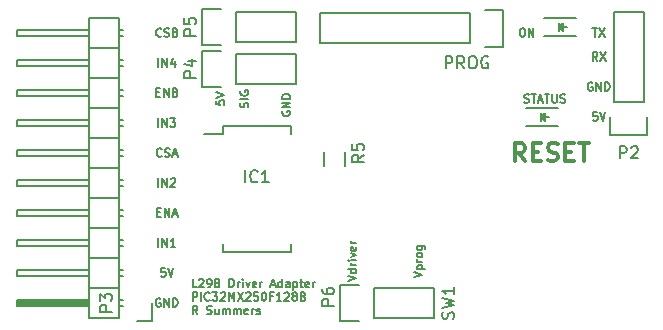
<source format=gto>
G04 #@! TF.FileFunction,Legend,Top*
%FSLAX46Y46*%
G04 Gerber Fmt 4.6, Leading zero omitted, Abs format (unit mm)*
G04 Created by KiCad (PCBNEW 4.0.1-3.201512221402+6198~38~ubuntu14.04.1-stable) date Sun 24 Jan 2016 12:58:10 PM PST*
%MOMM*%
G01*
G04 APERTURE LIST*
%ADD10C,0.100000*%
%ADD11C,0.150000*%
%ADD12C,0.300000*%
G04 APERTURE END LIST*
D10*
D11*
X133088000Y-118566667D02*
X132754667Y-118566667D01*
X132754667Y-117866667D01*
X133288000Y-117933333D02*
X133321334Y-117900000D01*
X133388000Y-117866667D01*
X133554667Y-117866667D01*
X133621334Y-117900000D01*
X133654667Y-117933333D01*
X133688000Y-118000000D01*
X133688000Y-118066667D01*
X133654667Y-118166667D01*
X133254667Y-118566667D01*
X133688000Y-118566667D01*
X134021334Y-118566667D02*
X134154667Y-118566667D01*
X134221334Y-118533333D01*
X134254667Y-118500000D01*
X134321334Y-118400000D01*
X134354667Y-118266667D01*
X134354667Y-118000000D01*
X134321334Y-117933333D01*
X134288001Y-117900000D01*
X134221334Y-117866667D01*
X134088001Y-117866667D01*
X134021334Y-117900000D01*
X133988001Y-117933333D01*
X133954667Y-118000000D01*
X133954667Y-118166667D01*
X133988001Y-118233333D01*
X134021334Y-118266667D01*
X134088001Y-118300000D01*
X134221334Y-118300000D01*
X134288001Y-118266667D01*
X134321334Y-118233333D01*
X134354667Y-118166667D01*
X134754668Y-118166667D02*
X134688001Y-118133333D01*
X134654668Y-118100000D01*
X134621334Y-118033333D01*
X134621334Y-118000000D01*
X134654668Y-117933333D01*
X134688001Y-117900000D01*
X134754668Y-117866667D01*
X134888001Y-117866667D01*
X134954668Y-117900000D01*
X134988001Y-117933333D01*
X135021334Y-118000000D01*
X135021334Y-118033333D01*
X134988001Y-118100000D01*
X134954668Y-118133333D01*
X134888001Y-118166667D01*
X134754668Y-118166667D01*
X134688001Y-118200000D01*
X134654668Y-118233333D01*
X134621334Y-118300000D01*
X134621334Y-118433333D01*
X134654668Y-118500000D01*
X134688001Y-118533333D01*
X134754668Y-118566667D01*
X134888001Y-118566667D01*
X134954668Y-118533333D01*
X134988001Y-118500000D01*
X135021334Y-118433333D01*
X135021334Y-118300000D01*
X134988001Y-118233333D01*
X134954668Y-118200000D01*
X134888001Y-118166667D01*
X135854668Y-118566667D02*
X135854668Y-117866667D01*
X136021334Y-117866667D01*
X136121334Y-117900000D01*
X136188001Y-117966667D01*
X136221334Y-118033333D01*
X136254668Y-118166667D01*
X136254668Y-118266667D01*
X136221334Y-118400000D01*
X136188001Y-118466667D01*
X136121334Y-118533333D01*
X136021334Y-118566667D01*
X135854668Y-118566667D01*
X136554668Y-118566667D02*
X136554668Y-118100000D01*
X136554668Y-118233333D02*
X136588001Y-118166667D01*
X136621334Y-118133333D01*
X136688001Y-118100000D01*
X136754668Y-118100000D01*
X136988001Y-118566667D02*
X136988001Y-118100000D01*
X136988001Y-117866667D02*
X136954667Y-117900000D01*
X136988001Y-117933333D01*
X137021334Y-117900000D01*
X136988001Y-117866667D01*
X136988001Y-117933333D01*
X137254667Y-118100000D02*
X137421334Y-118566667D01*
X137588000Y-118100000D01*
X138121333Y-118533333D02*
X138054667Y-118566667D01*
X137921333Y-118566667D01*
X137854667Y-118533333D01*
X137821333Y-118466667D01*
X137821333Y-118200000D01*
X137854667Y-118133333D01*
X137921333Y-118100000D01*
X138054667Y-118100000D01*
X138121333Y-118133333D01*
X138154667Y-118200000D01*
X138154667Y-118266667D01*
X137821333Y-118333333D01*
X138454667Y-118566667D02*
X138454667Y-118100000D01*
X138454667Y-118233333D02*
X138488000Y-118166667D01*
X138521333Y-118133333D01*
X138588000Y-118100000D01*
X138654667Y-118100000D01*
X139387999Y-118366667D02*
X139721333Y-118366667D01*
X139321333Y-118566667D02*
X139554666Y-117866667D01*
X139787999Y-118566667D01*
X140321333Y-118566667D02*
X140321333Y-117866667D01*
X140321333Y-118533333D02*
X140254666Y-118566667D01*
X140121333Y-118566667D01*
X140054666Y-118533333D01*
X140021333Y-118500000D01*
X139987999Y-118433333D01*
X139987999Y-118233333D01*
X140021333Y-118166667D01*
X140054666Y-118133333D01*
X140121333Y-118100000D01*
X140254666Y-118100000D01*
X140321333Y-118133333D01*
X140954666Y-118566667D02*
X140954666Y-118200000D01*
X140921332Y-118133333D01*
X140854666Y-118100000D01*
X140721332Y-118100000D01*
X140654666Y-118133333D01*
X140954666Y-118533333D02*
X140887999Y-118566667D01*
X140721332Y-118566667D01*
X140654666Y-118533333D01*
X140621332Y-118466667D01*
X140621332Y-118400000D01*
X140654666Y-118333333D01*
X140721332Y-118300000D01*
X140887999Y-118300000D01*
X140954666Y-118266667D01*
X141287999Y-118100000D02*
X141287999Y-118800000D01*
X141287999Y-118133333D02*
X141354665Y-118100000D01*
X141487999Y-118100000D01*
X141554665Y-118133333D01*
X141587999Y-118166667D01*
X141621332Y-118233333D01*
X141621332Y-118433333D01*
X141587999Y-118500000D01*
X141554665Y-118533333D01*
X141487999Y-118566667D01*
X141354665Y-118566667D01*
X141287999Y-118533333D01*
X141821332Y-118100000D02*
X142087998Y-118100000D01*
X141921332Y-117866667D02*
X141921332Y-118466667D01*
X141954665Y-118533333D01*
X142021332Y-118566667D01*
X142087998Y-118566667D01*
X142587998Y-118533333D02*
X142521332Y-118566667D01*
X142387998Y-118566667D01*
X142321332Y-118533333D01*
X142287998Y-118466667D01*
X142287998Y-118200000D01*
X142321332Y-118133333D01*
X142387998Y-118100000D01*
X142521332Y-118100000D01*
X142587998Y-118133333D01*
X142621332Y-118200000D01*
X142621332Y-118266667D01*
X142287998Y-118333333D01*
X142921332Y-118566667D02*
X142921332Y-118100000D01*
X142921332Y-118233333D02*
X142954665Y-118166667D01*
X142987998Y-118133333D01*
X143054665Y-118100000D01*
X143121332Y-118100000D01*
X132754667Y-119696667D02*
X132754667Y-118996667D01*
X133021333Y-118996667D01*
X133088000Y-119030000D01*
X133121333Y-119063333D01*
X133154667Y-119130000D01*
X133154667Y-119230000D01*
X133121333Y-119296667D01*
X133088000Y-119330000D01*
X133021333Y-119363333D01*
X132754667Y-119363333D01*
X133454667Y-119696667D02*
X133454667Y-118996667D01*
X134188000Y-119630000D02*
X134154666Y-119663333D01*
X134054666Y-119696667D01*
X133988000Y-119696667D01*
X133888000Y-119663333D01*
X133821333Y-119596667D01*
X133788000Y-119530000D01*
X133754666Y-119396667D01*
X133754666Y-119296667D01*
X133788000Y-119163333D01*
X133821333Y-119096667D01*
X133888000Y-119030000D01*
X133988000Y-118996667D01*
X134054666Y-118996667D01*
X134154666Y-119030000D01*
X134188000Y-119063333D01*
X134421333Y-118996667D02*
X134854666Y-118996667D01*
X134621333Y-119263333D01*
X134721333Y-119263333D01*
X134788000Y-119296667D01*
X134821333Y-119330000D01*
X134854666Y-119396667D01*
X134854666Y-119563333D01*
X134821333Y-119630000D01*
X134788000Y-119663333D01*
X134721333Y-119696667D01*
X134521333Y-119696667D01*
X134454666Y-119663333D01*
X134421333Y-119630000D01*
X135121333Y-119063333D02*
X135154667Y-119030000D01*
X135221333Y-118996667D01*
X135388000Y-118996667D01*
X135454667Y-119030000D01*
X135488000Y-119063333D01*
X135521333Y-119130000D01*
X135521333Y-119196667D01*
X135488000Y-119296667D01*
X135088000Y-119696667D01*
X135521333Y-119696667D01*
X135821334Y-119696667D02*
X135821334Y-118996667D01*
X136054667Y-119496667D01*
X136288000Y-118996667D01*
X136288000Y-119696667D01*
X136554667Y-118996667D02*
X137021334Y-119696667D01*
X137021334Y-118996667D02*
X136554667Y-119696667D01*
X137254667Y-119063333D02*
X137288001Y-119030000D01*
X137354667Y-118996667D01*
X137521334Y-118996667D01*
X137588001Y-119030000D01*
X137621334Y-119063333D01*
X137654667Y-119130000D01*
X137654667Y-119196667D01*
X137621334Y-119296667D01*
X137221334Y-119696667D01*
X137654667Y-119696667D01*
X138288001Y-118996667D02*
X137954668Y-118996667D01*
X137921334Y-119330000D01*
X137954668Y-119296667D01*
X138021334Y-119263333D01*
X138188001Y-119263333D01*
X138254668Y-119296667D01*
X138288001Y-119330000D01*
X138321334Y-119396667D01*
X138321334Y-119563333D01*
X138288001Y-119630000D01*
X138254668Y-119663333D01*
X138188001Y-119696667D01*
X138021334Y-119696667D01*
X137954668Y-119663333D01*
X137921334Y-119630000D01*
X138754668Y-118996667D02*
X138821335Y-118996667D01*
X138888001Y-119030000D01*
X138921335Y-119063333D01*
X138954668Y-119130000D01*
X138988001Y-119263333D01*
X138988001Y-119430000D01*
X138954668Y-119563333D01*
X138921335Y-119630000D01*
X138888001Y-119663333D01*
X138821335Y-119696667D01*
X138754668Y-119696667D01*
X138688001Y-119663333D01*
X138654668Y-119630000D01*
X138621335Y-119563333D01*
X138588001Y-119430000D01*
X138588001Y-119263333D01*
X138621335Y-119130000D01*
X138654668Y-119063333D01*
X138688001Y-119030000D01*
X138754668Y-118996667D01*
X139521335Y-119330000D02*
X139288002Y-119330000D01*
X139288002Y-119696667D02*
X139288002Y-118996667D01*
X139621335Y-118996667D01*
X140254668Y-119696667D02*
X139854668Y-119696667D01*
X140054668Y-119696667D02*
X140054668Y-118996667D01*
X139988002Y-119096667D01*
X139921335Y-119163333D01*
X139854668Y-119196667D01*
X140521335Y-119063333D02*
X140554669Y-119030000D01*
X140621335Y-118996667D01*
X140788002Y-118996667D01*
X140854669Y-119030000D01*
X140888002Y-119063333D01*
X140921335Y-119130000D01*
X140921335Y-119196667D01*
X140888002Y-119296667D01*
X140488002Y-119696667D01*
X140921335Y-119696667D01*
X141321336Y-119296667D02*
X141254669Y-119263333D01*
X141221336Y-119230000D01*
X141188002Y-119163333D01*
X141188002Y-119130000D01*
X141221336Y-119063333D01*
X141254669Y-119030000D01*
X141321336Y-118996667D01*
X141454669Y-118996667D01*
X141521336Y-119030000D01*
X141554669Y-119063333D01*
X141588002Y-119130000D01*
X141588002Y-119163333D01*
X141554669Y-119230000D01*
X141521336Y-119263333D01*
X141454669Y-119296667D01*
X141321336Y-119296667D01*
X141254669Y-119330000D01*
X141221336Y-119363333D01*
X141188002Y-119430000D01*
X141188002Y-119563333D01*
X141221336Y-119630000D01*
X141254669Y-119663333D01*
X141321336Y-119696667D01*
X141454669Y-119696667D01*
X141521336Y-119663333D01*
X141554669Y-119630000D01*
X141588002Y-119563333D01*
X141588002Y-119430000D01*
X141554669Y-119363333D01*
X141521336Y-119330000D01*
X141454669Y-119296667D01*
X142121336Y-119330000D02*
X142221336Y-119363333D01*
X142254669Y-119396667D01*
X142288003Y-119463333D01*
X142288003Y-119563333D01*
X142254669Y-119630000D01*
X142221336Y-119663333D01*
X142154669Y-119696667D01*
X141888003Y-119696667D01*
X141888003Y-118996667D01*
X142121336Y-118996667D01*
X142188003Y-119030000D01*
X142221336Y-119063333D01*
X142254669Y-119130000D01*
X142254669Y-119196667D01*
X142221336Y-119263333D01*
X142188003Y-119296667D01*
X142121336Y-119330000D01*
X141888003Y-119330000D01*
X133154667Y-120826667D02*
X132921333Y-120493333D01*
X132754667Y-120826667D02*
X132754667Y-120126667D01*
X133021333Y-120126667D01*
X133088000Y-120160000D01*
X133121333Y-120193333D01*
X133154667Y-120260000D01*
X133154667Y-120360000D01*
X133121333Y-120426667D01*
X133088000Y-120460000D01*
X133021333Y-120493333D01*
X132754667Y-120493333D01*
X133954666Y-120793333D02*
X134054666Y-120826667D01*
X134221333Y-120826667D01*
X134288000Y-120793333D01*
X134321333Y-120760000D01*
X134354666Y-120693333D01*
X134354666Y-120626667D01*
X134321333Y-120560000D01*
X134288000Y-120526667D01*
X134221333Y-120493333D01*
X134088000Y-120460000D01*
X134021333Y-120426667D01*
X133988000Y-120393333D01*
X133954666Y-120326667D01*
X133954666Y-120260000D01*
X133988000Y-120193333D01*
X134021333Y-120160000D01*
X134088000Y-120126667D01*
X134254666Y-120126667D01*
X134354666Y-120160000D01*
X134954667Y-120360000D02*
X134954667Y-120826667D01*
X134654667Y-120360000D02*
X134654667Y-120726667D01*
X134688000Y-120793333D01*
X134754667Y-120826667D01*
X134854667Y-120826667D01*
X134921333Y-120793333D01*
X134954667Y-120760000D01*
X135288000Y-120826667D02*
X135288000Y-120360000D01*
X135288000Y-120426667D02*
X135321333Y-120393333D01*
X135388000Y-120360000D01*
X135488000Y-120360000D01*
X135554666Y-120393333D01*
X135588000Y-120460000D01*
X135588000Y-120826667D01*
X135588000Y-120460000D02*
X135621333Y-120393333D01*
X135688000Y-120360000D01*
X135788000Y-120360000D01*
X135854666Y-120393333D01*
X135888000Y-120460000D01*
X135888000Y-120826667D01*
X136221333Y-120826667D02*
X136221333Y-120360000D01*
X136221333Y-120426667D02*
X136254666Y-120393333D01*
X136321333Y-120360000D01*
X136421333Y-120360000D01*
X136487999Y-120393333D01*
X136521333Y-120460000D01*
X136521333Y-120826667D01*
X136521333Y-120460000D02*
X136554666Y-120393333D01*
X136621333Y-120360000D01*
X136721333Y-120360000D01*
X136787999Y-120393333D01*
X136821333Y-120460000D01*
X136821333Y-120826667D01*
X137421332Y-120793333D02*
X137354666Y-120826667D01*
X137221332Y-120826667D01*
X137154666Y-120793333D01*
X137121332Y-120726667D01*
X137121332Y-120460000D01*
X137154666Y-120393333D01*
X137221332Y-120360000D01*
X137354666Y-120360000D01*
X137421332Y-120393333D01*
X137454666Y-120460000D01*
X137454666Y-120526667D01*
X137121332Y-120593333D01*
X137754666Y-120826667D02*
X137754666Y-120360000D01*
X137754666Y-120493333D02*
X137787999Y-120426667D01*
X137821332Y-120393333D01*
X137887999Y-120360000D01*
X137954666Y-120360000D01*
X138154665Y-120793333D02*
X138221332Y-120826667D01*
X138354665Y-120826667D01*
X138421332Y-120793333D01*
X138454665Y-120726667D01*
X138454665Y-120693333D01*
X138421332Y-120626667D01*
X138354665Y-120593333D01*
X138254665Y-120593333D01*
X138187999Y-120560000D01*
X138154665Y-120493333D01*
X138154665Y-120460000D01*
X138187999Y-120393333D01*
X138254665Y-120360000D01*
X138354665Y-120360000D01*
X138421332Y-120393333D01*
X130089334Y-97278000D02*
X130056000Y-97311333D01*
X129956000Y-97344667D01*
X129889334Y-97344667D01*
X129789334Y-97311333D01*
X129722667Y-97244667D01*
X129689334Y-97178000D01*
X129656000Y-97044667D01*
X129656000Y-96944667D01*
X129689334Y-96811333D01*
X129722667Y-96744667D01*
X129789334Y-96678000D01*
X129889334Y-96644667D01*
X129956000Y-96644667D01*
X130056000Y-96678000D01*
X130089334Y-96711333D01*
X130356000Y-97311333D02*
X130456000Y-97344667D01*
X130622667Y-97344667D01*
X130689334Y-97311333D01*
X130722667Y-97278000D01*
X130756000Y-97211333D01*
X130756000Y-97144667D01*
X130722667Y-97078000D01*
X130689334Y-97044667D01*
X130622667Y-97011333D01*
X130489334Y-96978000D01*
X130422667Y-96944667D01*
X130389334Y-96911333D01*
X130356000Y-96844667D01*
X130356000Y-96778000D01*
X130389334Y-96711333D01*
X130422667Y-96678000D01*
X130489334Y-96644667D01*
X130656000Y-96644667D01*
X130756000Y-96678000D01*
X131289334Y-96978000D02*
X131389334Y-97011333D01*
X131422667Y-97044667D01*
X131456001Y-97111333D01*
X131456001Y-97211333D01*
X131422667Y-97278000D01*
X131389334Y-97311333D01*
X131322667Y-97344667D01*
X131056001Y-97344667D01*
X131056001Y-96644667D01*
X131289334Y-96644667D01*
X131356001Y-96678000D01*
X131389334Y-96711333D01*
X131422667Y-96778000D01*
X131422667Y-96844667D01*
X131389334Y-96911333D01*
X131356001Y-96944667D01*
X131289334Y-96978000D01*
X131056001Y-96978000D01*
X130139334Y-107438000D02*
X130106000Y-107471333D01*
X130006000Y-107504667D01*
X129939334Y-107504667D01*
X129839334Y-107471333D01*
X129772667Y-107404667D01*
X129739334Y-107338000D01*
X129706000Y-107204667D01*
X129706000Y-107104667D01*
X129739334Y-106971333D01*
X129772667Y-106904667D01*
X129839334Y-106838000D01*
X129939334Y-106804667D01*
X130006000Y-106804667D01*
X130106000Y-106838000D01*
X130139334Y-106871333D01*
X130406000Y-107471333D02*
X130506000Y-107504667D01*
X130672667Y-107504667D01*
X130739334Y-107471333D01*
X130772667Y-107438000D01*
X130806000Y-107371333D01*
X130806000Y-107304667D01*
X130772667Y-107238000D01*
X130739334Y-107204667D01*
X130672667Y-107171333D01*
X130539334Y-107138000D01*
X130472667Y-107104667D01*
X130439334Y-107071333D01*
X130406000Y-107004667D01*
X130406000Y-106938000D01*
X130439334Y-106871333D01*
X130472667Y-106838000D01*
X130539334Y-106804667D01*
X130706000Y-106804667D01*
X130806000Y-106838000D01*
X131072667Y-107304667D02*
X131406001Y-107304667D01*
X131006001Y-107504667D02*
X131239334Y-106804667D01*
X131472667Y-107504667D01*
X129689334Y-102058000D02*
X129922667Y-102058000D01*
X130022667Y-102424667D02*
X129689334Y-102424667D01*
X129689334Y-101724667D01*
X130022667Y-101724667D01*
X130322667Y-102424667D02*
X130322667Y-101724667D01*
X130722667Y-102424667D01*
X130722667Y-101724667D01*
X131289333Y-102058000D02*
X131389333Y-102091333D01*
X131422666Y-102124667D01*
X131456000Y-102191333D01*
X131456000Y-102291333D01*
X131422666Y-102358000D01*
X131389333Y-102391333D01*
X131322666Y-102424667D01*
X131056000Y-102424667D01*
X131056000Y-101724667D01*
X131289333Y-101724667D01*
X131356000Y-101758000D01*
X131389333Y-101791333D01*
X131422666Y-101858000D01*
X131422666Y-101924667D01*
X131389333Y-101991333D01*
X131356000Y-102024667D01*
X131289333Y-102058000D01*
X131056000Y-102058000D01*
X129739334Y-112218000D02*
X129972667Y-112218000D01*
X130072667Y-112584667D02*
X129739334Y-112584667D01*
X129739334Y-111884667D01*
X130072667Y-111884667D01*
X130372667Y-112584667D02*
X130372667Y-111884667D01*
X130772667Y-112584667D01*
X130772667Y-111884667D01*
X131072666Y-112384667D02*
X131406000Y-112384667D01*
X131006000Y-112584667D02*
X131239333Y-111884667D01*
X131472666Y-112584667D01*
X129856001Y-99884667D02*
X129856001Y-99184667D01*
X130189334Y-99884667D02*
X130189334Y-99184667D01*
X130589334Y-99884667D01*
X130589334Y-99184667D01*
X131222667Y-99418000D02*
X131222667Y-99884667D01*
X131056000Y-99151333D02*
X130889333Y-99651333D01*
X131322667Y-99651333D01*
X129856001Y-104964667D02*
X129856001Y-104264667D01*
X130189334Y-104964667D02*
X130189334Y-104264667D01*
X130589334Y-104964667D01*
X130589334Y-104264667D01*
X130856000Y-104264667D02*
X131289333Y-104264667D01*
X131056000Y-104531333D01*
X131156000Y-104531333D01*
X131222667Y-104564667D01*
X131256000Y-104598000D01*
X131289333Y-104664667D01*
X131289333Y-104831333D01*
X131256000Y-104898000D01*
X131222667Y-104931333D01*
X131156000Y-104964667D01*
X130956000Y-104964667D01*
X130889333Y-104931333D01*
X130856000Y-104898000D01*
X129856001Y-110044667D02*
X129856001Y-109344667D01*
X130189334Y-110044667D02*
X130189334Y-109344667D01*
X130589334Y-110044667D01*
X130589334Y-109344667D01*
X130889333Y-109411333D02*
X130922667Y-109378000D01*
X130989333Y-109344667D01*
X131156000Y-109344667D01*
X131222667Y-109378000D01*
X131256000Y-109411333D01*
X131289333Y-109478000D01*
X131289333Y-109544667D01*
X131256000Y-109644667D01*
X130856000Y-110044667D01*
X131289333Y-110044667D01*
X129856001Y-115124667D02*
X129856001Y-114424667D01*
X130189334Y-115124667D02*
X130189334Y-114424667D01*
X130589334Y-115124667D01*
X130589334Y-114424667D01*
X131289333Y-115124667D02*
X130889333Y-115124667D01*
X131089333Y-115124667D02*
X131089333Y-114424667D01*
X131022667Y-114524667D01*
X130956000Y-114591333D01*
X130889333Y-114624667D01*
X130422667Y-116964667D02*
X130089334Y-116964667D01*
X130056000Y-117298000D01*
X130089334Y-117264667D01*
X130156000Y-117231333D01*
X130322667Y-117231333D01*
X130389334Y-117264667D01*
X130422667Y-117298000D01*
X130456000Y-117364667D01*
X130456000Y-117531333D01*
X130422667Y-117598000D01*
X130389334Y-117631333D01*
X130322667Y-117664667D01*
X130156000Y-117664667D01*
X130089334Y-117631333D01*
X130056000Y-117598000D01*
X130656001Y-116964667D02*
X130889334Y-117664667D01*
X131122667Y-116964667D01*
X130022667Y-119538000D02*
X129956001Y-119504667D01*
X129856001Y-119504667D01*
X129756001Y-119538000D01*
X129689334Y-119604667D01*
X129656001Y-119671333D01*
X129622667Y-119804667D01*
X129622667Y-119904667D01*
X129656001Y-120038000D01*
X129689334Y-120104667D01*
X129756001Y-120171333D01*
X129856001Y-120204667D01*
X129922667Y-120204667D01*
X130022667Y-120171333D01*
X130056001Y-120138000D01*
X130056001Y-119904667D01*
X129922667Y-119904667D01*
X130356001Y-120204667D02*
X130356001Y-119504667D01*
X130756001Y-120204667D01*
X130756001Y-119504667D01*
X131089334Y-120204667D02*
X131089334Y-119504667D01*
X131256000Y-119504667D01*
X131356000Y-119538000D01*
X131422667Y-119604667D01*
X131456000Y-119671333D01*
X131489334Y-119804667D01*
X131489334Y-119904667D01*
X131456000Y-120038000D01*
X131422667Y-120104667D01*
X131356000Y-120171333D01*
X131256000Y-120204667D01*
X131089334Y-120204667D01*
X160826667Y-102899333D02*
X160926667Y-102932667D01*
X161093334Y-102932667D01*
X161160001Y-102899333D01*
X161193334Y-102866000D01*
X161226667Y-102799333D01*
X161226667Y-102732667D01*
X161193334Y-102666000D01*
X161160001Y-102632667D01*
X161093334Y-102599333D01*
X160960001Y-102566000D01*
X160893334Y-102532667D01*
X160860001Y-102499333D01*
X160826667Y-102432667D01*
X160826667Y-102366000D01*
X160860001Y-102299333D01*
X160893334Y-102266000D01*
X160960001Y-102232667D01*
X161126667Y-102232667D01*
X161226667Y-102266000D01*
X161426668Y-102232667D02*
X161826668Y-102232667D01*
X161626668Y-102932667D02*
X161626668Y-102232667D01*
X162026667Y-102732667D02*
X162360001Y-102732667D01*
X161960001Y-102932667D02*
X162193334Y-102232667D01*
X162426667Y-102932667D01*
X162560001Y-102232667D02*
X162960001Y-102232667D01*
X162760001Y-102932667D02*
X162760001Y-102232667D01*
X163193334Y-102232667D02*
X163193334Y-102799333D01*
X163226667Y-102866000D01*
X163260000Y-102899333D01*
X163326667Y-102932667D01*
X163460000Y-102932667D01*
X163526667Y-102899333D01*
X163560000Y-102866000D01*
X163593334Y-102799333D01*
X163593334Y-102232667D01*
X163893333Y-102899333D02*
X163993333Y-102932667D01*
X164160000Y-102932667D01*
X164226667Y-102899333D01*
X164260000Y-102866000D01*
X164293333Y-102799333D01*
X164293333Y-102732667D01*
X164260000Y-102666000D01*
X164226667Y-102632667D01*
X164160000Y-102599333D01*
X164026667Y-102566000D01*
X163960000Y-102532667D01*
X163926667Y-102499333D01*
X163893333Y-102432667D01*
X163893333Y-102366000D01*
X163926667Y-102299333D01*
X163960000Y-102266000D01*
X164026667Y-102232667D01*
X164193333Y-102232667D01*
X164293333Y-102266000D01*
X160602667Y-96644667D02*
X160736000Y-96644667D01*
X160802667Y-96678000D01*
X160869334Y-96744667D01*
X160902667Y-96878000D01*
X160902667Y-97111333D01*
X160869334Y-97244667D01*
X160802667Y-97311333D01*
X160736000Y-97344667D01*
X160602667Y-97344667D01*
X160536000Y-97311333D01*
X160469334Y-97244667D01*
X160436000Y-97111333D01*
X160436000Y-96878000D01*
X160469334Y-96744667D01*
X160536000Y-96678000D01*
X160602667Y-96644667D01*
X161202667Y-97344667D02*
X161202667Y-96644667D01*
X161602667Y-97344667D01*
X161602667Y-96644667D01*
X166998667Y-103756667D02*
X166665334Y-103756667D01*
X166632000Y-104090000D01*
X166665334Y-104056667D01*
X166732000Y-104023333D01*
X166898667Y-104023333D01*
X166965334Y-104056667D01*
X166998667Y-104090000D01*
X167032000Y-104156667D01*
X167032000Y-104323333D01*
X166998667Y-104390000D01*
X166965334Y-104423333D01*
X166898667Y-104456667D01*
X166732000Y-104456667D01*
X166665334Y-104423333D01*
X166632000Y-104390000D01*
X167232001Y-103756667D02*
X167465334Y-104456667D01*
X167698667Y-103756667D01*
X166598667Y-101250000D02*
X166532001Y-101216667D01*
X166432001Y-101216667D01*
X166332001Y-101250000D01*
X166265334Y-101316667D01*
X166232001Y-101383333D01*
X166198667Y-101516667D01*
X166198667Y-101616667D01*
X166232001Y-101750000D01*
X166265334Y-101816667D01*
X166332001Y-101883333D01*
X166432001Y-101916667D01*
X166498667Y-101916667D01*
X166598667Y-101883333D01*
X166632001Y-101850000D01*
X166632001Y-101616667D01*
X166498667Y-101616667D01*
X166932001Y-101916667D02*
X166932001Y-101216667D01*
X167332001Y-101916667D01*
X167332001Y-101216667D01*
X167665334Y-101916667D02*
X167665334Y-101216667D01*
X167832000Y-101216667D01*
X167932000Y-101250000D01*
X167998667Y-101316667D01*
X168032000Y-101383333D01*
X168065334Y-101516667D01*
X168065334Y-101616667D01*
X168032000Y-101750000D01*
X167998667Y-101816667D01*
X167932000Y-101883333D01*
X167832000Y-101916667D01*
X167665334Y-101916667D01*
X167015334Y-99376667D02*
X166782000Y-99043333D01*
X166615334Y-99376667D02*
X166615334Y-98676667D01*
X166882000Y-98676667D01*
X166948667Y-98710000D01*
X166982000Y-98743333D01*
X167015334Y-98810000D01*
X167015334Y-98910000D01*
X166982000Y-98976667D01*
X166948667Y-99010000D01*
X166882000Y-99043333D01*
X166615334Y-99043333D01*
X167248667Y-98676667D02*
X167715334Y-99376667D01*
X167715334Y-98676667D02*
X167248667Y-99376667D01*
X166598667Y-96644667D02*
X166998667Y-96644667D01*
X166798667Y-97344667D02*
X166798667Y-96644667D01*
X167165333Y-96644667D02*
X167632000Y-97344667D01*
X167632000Y-96644667D02*
X167165333Y-97344667D01*
X145920667Y-118048665D02*
X146620667Y-117815332D01*
X145920667Y-117581999D01*
X146620667Y-117048665D02*
X145920667Y-117048665D01*
X146587333Y-117048665D02*
X146620667Y-117115332D01*
X146620667Y-117248665D01*
X146587333Y-117315332D01*
X146554000Y-117348665D01*
X146487333Y-117381999D01*
X146287333Y-117381999D01*
X146220667Y-117348665D01*
X146187333Y-117315332D01*
X146154000Y-117248665D01*
X146154000Y-117115332D01*
X146187333Y-117048665D01*
X146620667Y-116715332D02*
X146154000Y-116715332D01*
X146287333Y-116715332D02*
X146220667Y-116681999D01*
X146187333Y-116648666D01*
X146154000Y-116581999D01*
X146154000Y-116515332D01*
X146620667Y-116281999D02*
X146154000Y-116281999D01*
X145920667Y-116281999D02*
X145954000Y-116315333D01*
X145987333Y-116281999D01*
X145954000Y-116248666D01*
X145920667Y-116281999D01*
X145987333Y-116281999D01*
X146154000Y-116015333D02*
X146620667Y-115848666D01*
X146154000Y-115682000D01*
X146587333Y-115148667D02*
X146620667Y-115215333D01*
X146620667Y-115348667D01*
X146587333Y-115415333D01*
X146520667Y-115448667D01*
X146254000Y-115448667D01*
X146187333Y-115415333D01*
X146154000Y-115348667D01*
X146154000Y-115215333D01*
X146187333Y-115148667D01*
X146254000Y-115115333D01*
X146320667Y-115115333D01*
X146387333Y-115448667D01*
X146620667Y-114815333D02*
X146154000Y-114815333D01*
X146287333Y-114815333D02*
X146220667Y-114782000D01*
X146187333Y-114748667D01*
X146154000Y-114682000D01*
X146154000Y-114615333D01*
X151508667Y-117731999D02*
X152208667Y-117498666D01*
X151508667Y-117265333D01*
X151742000Y-117031999D02*
X152442000Y-117031999D01*
X151775333Y-117031999D02*
X151742000Y-116965333D01*
X151742000Y-116831999D01*
X151775333Y-116765333D01*
X151808667Y-116731999D01*
X151875333Y-116698666D01*
X152075333Y-116698666D01*
X152142000Y-116731999D01*
X152175333Y-116765333D01*
X152208667Y-116831999D01*
X152208667Y-116965333D01*
X152175333Y-117031999D01*
X152208667Y-116398666D02*
X151742000Y-116398666D01*
X151875333Y-116398666D02*
X151808667Y-116365333D01*
X151775333Y-116332000D01*
X151742000Y-116265333D01*
X151742000Y-116198666D01*
X152208667Y-115865333D02*
X152175333Y-115932000D01*
X152142000Y-115965333D01*
X152075333Y-115998667D01*
X151875333Y-115998667D01*
X151808667Y-115965333D01*
X151775333Y-115932000D01*
X151742000Y-115865333D01*
X151742000Y-115765333D01*
X151775333Y-115698667D01*
X151808667Y-115665333D01*
X151875333Y-115632000D01*
X152075333Y-115632000D01*
X152142000Y-115665333D01*
X152175333Y-115698667D01*
X152208667Y-115765333D01*
X152208667Y-115865333D01*
X151742000Y-115032000D02*
X152308667Y-115032000D01*
X152375333Y-115065334D01*
X152408667Y-115098667D01*
X152442000Y-115165334D01*
X152442000Y-115265334D01*
X152408667Y-115332000D01*
X152175333Y-115032000D02*
X152208667Y-115098667D01*
X152208667Y-115232000D01*
X152175333Y-115298667D01*
X152142000Y-115332000D01*
X152075333Y-115365334D01*
X151875333Y-115365334D01*
X151808667Y-115332000D01*
X151775333Y-115298667D01*
X151742000Y-115232000D01*
X151742000Y-115098667D01*
X151775333Y-115032000D01*
X137443333Y-103332667D02*
X137476667Y-103232667D01*
X137476667Y-103066000D01*
X137443333Y-102999333D01*
X137410000Y-102966000D01*
X137343333Y-102932667D01*
X137276667Y-102932667D01*
X137210000Y-102966000D01*
X137176667Y-102999333D01*
X137143333Y-103066000D01*
X137110000Y-103199333D01*
X137076667Y-103266000D01*
X137043333Y-103299333D01*
X136976667Y-103332667D01*
X136910000Y-103332667D01*
X136843333Y-103299333D01*
X136810000Y-103266000D01*
X136776667Y-103199333D01*
X136776667Y-103032667D01*
X136810000Y-102932667D01*
X137476667Y-102632666D02*
X136776667Y-102632666D01*
X136810000Y-101932667D02*
X136776667Y-101999333D01*
X136776667Y-102099333D01*
X136810000Y-102199333D01*
X136876667Y-102266000D01*
X136943333Y-102299333D01*
X137076667Y-102332667D01*
X137176667Y-102332667D01*
X137310000Y-102299333D01*
X137376667Y-102266000D01*
X137443333Y-102199333D01*
X137476667Y-102099333D01*
X137476667Y-102032667D01*
X137443333Y-101932667D01*
X137410000Y-101899333D01*
X137176667Y-101899333D01*
X137176667Y-102032667D01*
X140366000Y-103657333D02*
X140332667Y-103723999D01*
X140332667Y-103823999D01*
X140366000Y-103923999D01*
X140432667Y-103990666D01*
X140499333Y-104023999D01*
X140632667Y-104057333D01*
X140732667Y-104057333D01*
X140866000Y-104023999D01*
X140932667Y-103990666D01*
X140999333Y-103923999D01*
X141032667Y-103823999D01*
X141032667Y-103757333D01*
X140999333Y-103657333D01*
X140966000Y-103623999D01*
X140732667Y-103623999D01*
X140732667Y-103757333D01*
X141032667Y-103323999D02*
X140332667Y-103323999D01*
X141032667Y-102923999D01*
X140332667Y-102923999D01*
X141032667Y-102590666D02*
X140332667Y-102590666D01*
X140332667Y-102424000D01*
X140366000Y-102324000D01*
X140432667Y-102257333D01*
X140499333Y-102224000D01*
X140632667Y-102190666D01*
X140732667Y-102190666D01*
X140866000Y-102224000D01*
X140932667Y-102257333D01*
X140999333Y-102324000D01*
X141032667Y-102424000D01*
X141032667Y-102590666D01*
X134744667Y-102749333D02*
X134744667Y-103082666D01*
X135078000Y-103116000D01*
X135044667Y-103082666D01*
X135011333Y-103016000D01*
X135011333Y-102849333D01*
X135044667Y-102782666D01*
X135078000Y-102749333D01*
X135144667Y-102716000D01*
X135311333Y-102716000D01*
X135378000Y-102749333D01*
X135411333Y-102782666D01*
X135444667Y-102849333D01*
X135444667Y-103016000D01*
X135411333Y-103082666D01*
X135378000Y-103116000D01*
X134744667Y-102515999D02*
X135444667Y-102282666D01*
X134744667Y-102049333D01*
D12*
X160889429Y-107866571D02*
X160389429Y-107152286D01*
X160032286Y-107866571D02*
X160032286Y-106366571D01*
X160603714Y-106366571D01*
X160746572Y-106438000D01*
X160818000Y-106509429D01*
X160889429Y-106652286D01*
X160889429Y-106866571D01*
X160818000Y-107009429D01*
X160746572Y-107080857D01*
X160603714Y-107152286D01*
X160032286Y-107152286D01*
X161532286Y-107080857D02*
X162032286Y-107080857D01*
X162246572Y-107866571D02*
X161532286Y-107866571D01*
X161532286Y-106366571D01*
X162246572Y-106366571D01*
X162818000Y-107795143D02*
X163032286Y-107866571D01*
X163389429Y-107866571D01*
X163532286Y-107795143D01*
X163603715Y-107723714D01*
X163675143Y-107580857D01*
X163675143Y-107438000D01*
X163603715Y-107295143D01*
X163532286Y-107223714D01*
X163389429Y-107152286D01*
X163103715Y-107080857D01*
X162960857Y-107009429D01*
X162889429Y-106938000D01*
X162818000Y-106795143D01*
X162818000Y-106652286D01*
X162889429Y-106509429D01*
X162960857Y-106438000D01*
X163103715Y-106366571D01*
X163460857Y-106366571D01*
X163675143Y-106438000D01*
X164318000Y-107080857D02*
X164818000Y-107080857D01*
X165032286Y-107866571D02*
X164318000Y-107866571D01*
X164318000Y-106366571D01*
X165032286Y-106366571D01*
X165460857Y-106366571D02*
X166318000Y-106366571D01*
X165889429Y-107866571D02*
X165889429Y-106366571D01*
D11*
X160960000Y-104890000D02*
X163660000Y-104890000D01*
X160960000Y-103390000D02*
X163660000Y-103390000D01*
X162460000Y-104290000D02*
X162460000Y-104040000D01*
X162460000Y-104040000D02*
X162310000Y-104190000D01*
X162210000Y-103790000D02*
X162210000Y-104490000D01*
X162560000Y-104140000D02*
X162910000Y-104140000D01*
X162210000Y-104140000D02*
X162560000Y-103790000D01*
X162560000Y-103790000D02*
X162560000Y-104490000D01*
X162560000Y-104490000D02*
X162210000Y-104140000D01*
X162484000Y-97270000D02*
X165184000Y-97270000D01*
X162484000Y-95770000D02*
X165184000Y-95770000D01*
X163984000Y-96670000D02*
X163984000Y-96420000D01*
X163984000Y-96420000D02*
X163834000Y-96570000D01*
X163734000Y-96170000D02*
X163734000Y-96870000D01*
X164084000Y-96520000D02*
X164434000Y-96520000D01*
X163734000Y-96520000D02*
X164084000Y-96170000D01*
X164084000Y-96170000D02*
X164084000Y-96870000D01*
X164084000Y-96870000D02*
X163734000Y-96520000D01*
X135301000Y-104911000D02*
X135301000Y-105561000D01*
X141051000Y-104911000D02*
X141051000Y-105561000D01*
X141051000Y-115561000D02*
X141051000Y-114911000D01*
X135301000Y-115561000D02*
X135301000Y-114911000D01*
X135301000Y-104911000D02*
X141051000Y-104911000D01*
X135301000Y-115561000D02*
X141051000Y-115561000D01*
X135301000Y-105561000D02*
X133701000Y-105561000D01*
X156210000Y-97917000D02*
X143510000Y-97917000D01*
X143510000Y-97917000D02*
X143510000Y-95377000D01*
X143510000Y-95377000D02*
X156210000Y-95377000D01*
X159030000Y-98197000D02*
X157480000Y-98197000D01*
X156210000Y-97917000D02*
X156210000Y-95377000D01*
X157480000Y-95097000D02*
X159030000Y-95097000D01*
X159030000Y-95097000D02*
X159030000Y-98197000D01*
X170942000Y-102870000D02*
X170942000Y-95250000D01*
X168402000Y-102870000D02*
X168402000Y-95250000D01*
X168122000Y-105690000D02*
X168122000Y-104140000D01*
X170942000Y-95250000D02*
X168402000Y-95250000D01*
X168402000Y-102870000D02*
X170942000Y-102870000D01*
X171222000Y-104140000D02*
X171222000Y-105690000D01*
X171222000Y-105690000D02*
X168122000Y-105690000D01*
X129316000Y-121438000D02*
X129316000Y-119888000D01*
X128016000Y-121438000D02*
X129316000Y-121438000D01*
X123825000Y-120015000D02*
X117983000Y-120015000D01*
X117983000Y-120015000D02*
X117983000Y-119761000D01*
X117983000Y-119761000D02*
X123825000Y-119761000D01*
X123825000Y-119761000D02*
X123825000Y-119888000D01*
X123825000Y-119888000D02*
X117983000Y-119888000D01*
X126492000Y-102362000D02*
X126873000Y-102362000D01*
X126492000Y-101854000D02*
X126873000Y-101854000D01*
X126492000Y-99822000D02*
X126873000Y-99822000D01*
X126492000Y-99314000D02*
X126873000Y-99314000D01*
X126492000Y-97282000D02*
X126873000Y-97282000D01*
X126492000Y-96774000D02*
X126873000Y-96774000D01*
X126492000Y-120142000D02*
X126873000Y-120142000D01*
X126492000Y-119634000D02*
X126873000Y-119634000D01*
X126492000Y-117602000D02*
X126873000Y-117602000D01*
X126492000Y-117094000D02*
X126873000Y-117094000D01*
X126492000Y-115062000D02*
X126873000Y-115062000D01*
X126492000Y-114554000D02*
X126873000Y-114554000D01*
X126492000Y-104394000D02*
X126873000Y-104394000D01*
X126492000Y-104902000D02*
X126873000Y-104902000D01*
X126492000Y-106934000D02*
X126873000Y-106934000D01*
X126492000Y-107442000D02*
X126873000Y-107442000D01*
X126492000Y-109474000D02*
X126873000Y-109474000D01*
X126492000Y-109982000D02*
X126873000Y-109982000D01*
X126492000Y-112014000D02*
X126873000Y-112014000D01*
X126492000Y-112522000D02*
X126873000Y-112522000D01*
X126492000Y-105918000D02*
X123952000Y-105918000D01*
X126492000Y-105918000D02*
X126492000Y-103378000D01*
X126492000Y-103378000D02*
X123952000Y-103378000D01*
X123952000Y-104902000D02*
X117856000Y-104902000D01*
X117856000Y-104902000D02*
X117856000Y-104394000D01*
X117856000Y-104394000D02*
X123952000Y-104394000D01*
X123952000Y-103378000D02*
X123952000Y-105918000D01*
X123952000Y-100838000D02*
X123952000Y-103378000D01*
X117856000Y-101854000D02*
X123952000Y-101854000D01*
X117856000Y-102362000D02*
X117856000Y-101854000D01*
X123952000Y-102362000D02*
X117856000Y-102362000D01*
X126492000Y-100838000D02*
X123952000Y-100838000D01*
X126492000Y-103378000D02*
X126492000Y-100838000D01*
X126492000Y-103378000D02*
X123952000Y-103378000D01*
X126492000Y-98298000D02*
X123952000Y-98298000D01*
X126492000Y-98298000D02*
X126492000Y-95758000D01*
X123952000Y-97282000D02*
X117856000Y-97282000D01*
X117856000Y-97282000D02*
X117856000Y-96774000D01*
X117856000Y-96774000D02*
X123952000Y-96774000D01*
X123952000Y-95758000D02*
X123952000Y-98298000D01*
X123952000Y-98298000D02*
X123952000Y-100838000D01*
X117856000Y-99314000D02*
X123952000Y-99314000D01*
X117856000Y-99822000D02*
X117856000Y-99314000D01*
X123952000Y-99822000D02*
X117856000Y-99822000D01*
X126492000Y-98298000D02*
X123952000Y-98298000D01*
X126492000Y-100838000D02*
X126492000Y-98298000D01*
X126492000Y-100838000D02*
X123952000Y-100838000D01*
X126492000Y-95758000D02*
X123952000Y-95758000D01*
X126492000Y-121158000D02*
X123952000Y-121158000D01*
X126492000Y-118618000D02*
X123952000Y-118618000D01*
X126492000Y-118618000D02*
X126492000Y-116078000D01*
X126492000Y-116078000D02*
X123952000Y-116078000D01*
X123952000Y-117602000D02*
X117856000Y-117602000D01*
X117856000Y-117602000D02*
X117856000Y-117094000D01*
X117856000Y-117094000D02*
X123952000Y-117094000D01*
X123952000Y-116078000D02*
X123952000Y-118618000D01*
X123952000Y-118618000D02*
X123952000Y-121158000D01*
X117856000Y-119634000D02*
X123952000Y-119634000D01*
X117856000Y-120142000D02*
X117856000Y-119634000D01*
X123952000Y-120142000D02*
X117856000Y-120142000D01*
X126492000Y-118618000D02*
X123952000Y-118618000D01*
X126492000Y-121158000D02*
X126492000Y-118618000D01*
X126492000Y-110998000D02*
X123952000Y-110998000D01*
X126492000Y-110998000D02*
X126492000Y-108458000D01*
X126492000Y-108458000D02*
X123952000Y-108458000D01*
X123952000Y-109982000D02*
X117856000Y-109982000D01*
X117856000Y-109982000D02*
X117856000Y-109474000D01*
X117856000Y-109474000D02*
X123952000Y-109474000D01*
X123952000Y-108458000D02*
X123952000Y-110998000D01*
X123952000Y-105918000D02*
X123952000Y-108458000D01*
X117856000Y-106934000D02*
X123952000Y-106934000D01*
X117856000Y-107442000D02*
X117856000Y-106934000D01*
X123952000Y-107442000D02*
X117856000Y-107442000D01*
X126492000Y-105918000D02*
X123952000Y-105918000D01*
X126492000Y-108458000D02*
X126492000Y-105918000D01*
X126492000Y-108458000D02*
X123952000Y-108458000D01*
X126492000Y-113538000D02*
X123952000Y-113538000D01*
X126492000Y-113538000D02*
X126492000Y-110998000D01*
X126492000Y-110998000D02*
X123952000Y-110998000D01*
X123952000Y-112522000D02*
X117856000Y-112522000D01*
X117856000Y-112522000D02*
X117856000Y-112014000D01*
X117856000Y-112014000D02*
X123952000Y-112014000D01*
X123952000Y-110998000D02*
X123952000Y-113538000D01*
X123952000Y-113538000D02*
X123952000Y-116078000D01*
X117856000Y-114554000D02*
X123952000Y-114554000D01*
X117856000Y-115062000D02*
X117856000Y-114554000D01*
X123952000Y-115062000D02*
X117856000Y-115062000D01*
X126492000Y-113538000D02*
X123952000Y-113538000D01*
X126492000Y-116078000D02*
X126492000Y-113538000D01*
X126492000Y-116078000D02*
X123952000Y-116078000D01*
X136398000Y-101346000D02*
X141478000Y-101346000D01*
X141478000Y-101346000D02*
X141478000Y-98806000D01*
X141478000Y-98806000D02*
X136398000Y-98806000D01*
X133578000Y-98526000D02*
X135128000Y-98526000D01*
X136398000Y-98806000D02*
X136398000Y-101346000D01*
X135128000Y-101626000D02*
X133578000Y-101626000D01*
X133578000Y-101626000D02*
X133578000Y-98526000D01*
X136398000Y-97790000D02*
X141478000Y-97790000D01*
X141478000Y-97790000D02*
X141478000Y-95250000D01*
X141478000Y-95250000D02*
X136398000Y-95250000D01*
X133578000Y-94970000D02*
X135128000Y-94970000D01*
X136398000Y-95250000D02*
X136398000Y-97790000D01*
X135128000Y-98070000D02*
X133578000Y-98070000D01*
X133578000Y-98070000D02*
X133578000Y-94970000D01*
X143905000Y-108296000D02*
X143905000Y-107096000D01*
X145655000Y-107096000D02*
X145655000Y-108296000D01*
X148082000Y-121158000D02*
X153162000Y-121158000D01*
X153162000Y-121158000D02*
X153162000Y-118618000D01*
X153162000Y-118618000D02*
X148082000Y-118618000D01*
X145262000Y-118338000D02*
X146812000Y-118338000D01*
X148082000Y-118618000D02*
X148082000Y-121158000D01*
X146812000Y-121438000D02*
X145262000Y-121438000D01*
X145262000Y-121438000D02*
X145262000Y-118338000D01*
X137199810Y-109672381D02*
X137199810Y-108672381D01*
X138247429Y-109577143D02*
X138199810Y-109624762D01*
X138056953Y-109672381D01*
X137961715Y-109672381D01*
X137818857Y-109624762D01*
X137723619Y-109529524D01*
X137676000Y-109434286D01*
X137628381Y-109243810D01*
X137628381Y-109100952D01*
X137676000Y-108910476D01*
X137723619Y-108815238D01*
X137818857Y-108720000D01*
X137961715Y-108672381D01*
X138056953Y-108672381D01*
X138199810Y-108720000D01*
X138247429Y-108767619D01*
X139199810Y-109672381D02*
X138628381Y-109672381D01*
X138914095Y-109672381D02*
X138914095Y-108672381D01*
X138818857Y-108815238D01*
X138723619Y-108910476D01*
X138628381Y-108958095D01*
X154170286Y-100020381D02*
X154170286Y-99020381D01*
X154551239Y-99020381D01*
X154646477Y-99068000D01*
X154694096Y-99115619D01*
X154741715Y-99210857D01*
X154741715Y-99353714D01*
X154694096Y-99448952D01*
X154646477Y-99496571D01*
X154551239Y-99544190D01*
X154170286Y-99544190D01*
X155741715Y-100020381D02*
X155408381Y-99544190D01*
X155170286Y-100020381D02*
X155170286Y-99020381D01*
X155551239Y-99020381D01*
X155646477Y-99068000D01*
X155694096Y-99115619D01*
X155741715Y-99210857D01*
X155741715Y-99353714D01*
X155694096Y-99448952D01*
X155646477Y-99496571D01*
X155551239Y-99544190D01*
X155170286Y-99544190D01*
X156360762Y-99020381D02*
X156551239Y-99020381D01*
X156646477Y-99068000D01*
X156741715Y-99163238D01*
X156789334Y-99353714D01*
X156789334Y-99687048D01*
X156741715Y-99877524D01*
X156646477Y-99972762D01*
X156551239Y-100020381D01*
X156360762Y-100020381D01*
X156265524Y-99972762D01*
X156170286Y-99877524D01*
X156122667Y-99687048D01*
X156122667Y-99353714D01*
X156170286Y-99163238D01*
X156265524Y-99068000D01*
X156360762Y-99020381D01*
X157741715Y-99068000D02*
X157646477Y-99020381D01*
X157503620Y-99020381D01*
X157360762Y-99068000D01*
X157265524Y-99163238D01*
X157217905Y-99258476D01*
X157170286Y-99448952D01*
X157170286Y-99591810D01*
X157217905Y-99782286D01*
X157265524Y-99877524D01*
X157360762Y-99972762D01*
X157503620Y-100020381D01*
X157598858Y-100020381D01*
X157741715Y-99972762D01*
X157789334Y-99925143D01*
X157789334Y-99591810D01*
X157598858Y-99591810D01*
X168933905Y-107640381D02*
X168933905Y-106640381D01*
X169314858Y-106640381D01*
X169410096Y-106688000D01*
X169457715Y-106735619D01*
X169505334Y-106830857D01*
X169505334Y-106973714D01*
X169457715Y-107068952D01*
X169410096Y-107116571D01*
X169314858Y-107164190D01*
X168933905Y-107164190D01*
X169886286Y-106735619D02*
X169933905Y-106688000D01*
X170029143Y-106640381D01*
X170267239Y-106640381D01*
X170362477Y-106688000D01*
X170410096Y-106735619D01*
X170457715Y-106830857D01*
X170457715Y-106926095D01*
X170410096Y-107068952D01*
X169838667Y-107640381D01*
X170457715Y-107640381D01*
X125928381Y-120626095D02*
X124928381Y-120626095D01*
X124928381Y-120245142D01*
X124976000Y-120149904D01*
X125023619Y-120102285D01*
X125118857Y-120054666D01*
X125261714Y-120054666D01*
X125356952Y-120102285D01*
X125404571Y-120149904D01*
X125452190Y-120245142D01*
X125452190Y-120626095D01*
X124928381Y-119721333D02*
X124928381Y-119102285D01*
X125309333Y-119435619D01*
X125309333Y-119292761D01*
X125356952Y-119197523D01*
X125404571Y-119149904D01*
X125499810Y-119102285D01*
X125737905Y-119102285D01*
X125833143Y-119149904D01*
X125880762Y-119197523D01*
X125928381Y-119292761D01*
X125928381Y-119578476D01*
X125880762Y-119673714D01*
X125833143Y-119721333D01*
X133040381Y-100814095D02*
X132040381Y-100814095D01*
X132040381Y-100433142D01*
X132088000Y-100337904D01*
X132135619Y-100290285D01*
X132230857Y-100242666D01*
X132373714Y-100242666D01*
X132468952Y-100290285D01*
X132516571Y-100337904D01*
X132564190Y-100433142D01*
X132564190Y-100814095D01*
X132373714Y-99385523D02*
X133040381Y-99385523D01*
X131992762Y-99623619D02*
X132707048Y-99861714D01*
X132707048Y-99242666D01*
X133040381Y-97258095D02*
X132040381Y-97258095D01*
X132040381Y-96877142D01*
X132088000Y-96781904D01*
X132135619Y-96734285D01*
X132230857Y-96686666D01*
X132373714Y-96686666D01*
X132468952Y-96734285D01*
X132516571Y-96781904D01*
X132564190Y-96877142D01*
X132564190Y-97258095D01*
X132040381Y-95781904D02*
X132040381Y-96258095D01*
X132516571Y-96305714D01*
X132468952Y-96258095D01*
X132421333Y-96162857D01*
X132421333Y-95924761D01*
X132468952Y-95829523D01*
X132516571Y-95781904D01*
X132611810Y-95734285D01*
X132849905Y-95734285D01*
X132945143Y-95781904D01*
X132992762Y-95829523D01*
X133040381Y-95924761D01*
X133040381Y-96162857D01*
X132992762Y-96258095D01*
X132945143Y-96305714D01*
X147264381Y-107354666D02*
X146788190Y-107688000D01*
X147264381Y-107926095D02*
X146264381Y-107926095D01*
X146264381Y-107545142D01*
X146312000Y-107449904D01*
X146359619Y-107402285D01*
X146454857Y-107354666D01*
X146597714Y-107354666D01*
X146692952Y-107402285D01*
X146740571Y-107449904D01*
X146788190Y-107545142D01*
X146788190Y-107926095D01*
X146264381Y-106449904D02*
X146264381Y-106926095D01*
X146740571Y-106973714D01*
X146692952Y-106926095D01*
X146645333Y-106830857D01*
X146645333Y-106592761D01*
X146692952Y-106497523D01*
X146740571Y-106449904D01*
X146835810Y-106402285D01*
X147073905Y-106402285D01*
X147169143Y-106449904D01*
X147216762Y-106497523D01*
X147264381Y-106592761D01*
X147264381Y-106830857D01*
X147216762Y-106926095D01*
X147169143Y-106973714D01*
X154836762Y-121221333D02*
X154884381Y-121078476D01*
X154884381Y-120840380D01*
X154836762Y-120745142D01*
X154789143Y-120697523D01*
X154693905Y-120649904D01*
X154598667Y-120649904D01*
X154503429Y-120697523D01*
X154455810Y-120745142D01*
X154408190Y-120840380D01*
X154360571Y-121030857D01*
X154312952Y-121126095D01*
X154265333Y-121173714D01*
X154170095Y-121221333D01*
X154074857Y-121221333D01*
X153979619Y-121173714D01*
X153932000Y-121126095D01*
X153884381Y-121030857D01*
X153884381Y-120792761D01*
X153932000Y-120649904D01*
X153884381Y-120316571D02*
X154884381Y-120078476D01*
X154170095Y-119887999D01*
X154884381Y-119697523D01*
X153884381Y-119459428D01*
X154884381Y-118554666D02*
X154884381Y-119126095D01*
X154884381Y-118840381D02*
X153884381Y-118840381D01*
X154027238Y-118935619D01*
X154122476Y-119030857D01*
X154170095Y-119126095D01*
X144724381Y-120118095D02*
X143724381Y-120118095D01*
X143724381Y-119737142D01*
X143772000Y-119641904D01*
X143819619Y-119594285D01*
X143914857Y-119546666D01*
X144057714Y-119546666D01*
X144152952Y-119594285D01*
X144200571Y-119641904D01*
X144248190Y-119737142D01*
X144248190Y-120118095D01*
X143724381Y-118689523D02*
X143724381Y-118880000D01*
X143772000Y-118975238D01*
X143819619Y-119022857D01*
X143962476Y-119118095D01*
X144152952Y-119165714D01*
X144533905Y-119165714D01*
X144629143Y-119118095D01*
X144676762Y-119070476D01*
X144724381Y-118975238D01*
X144724381Y-118784761D01*
X144676762Y-118689523D01*
X144629143Y-118641904D01*
X144533905Y-118594285D01*
X144295810Y-118594285D01*
X144200571Y-118641904D01*
X144152952Y-118689523D01*
X144105333Y-118784761D01*
X144105333Y-118975238D01*
X144152952Y-119070476D01*
X144200571Y-119118095D01*
X144295810Y-119165714D01*
M02*

</source>
